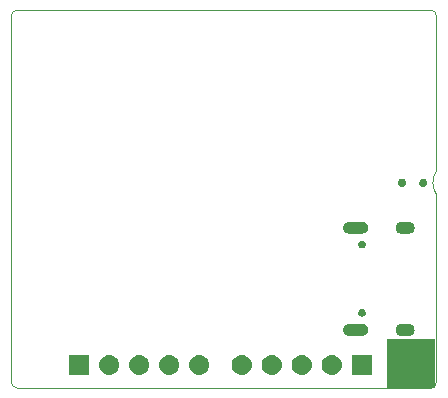
<source format=gbs>
G04 #@! TF.GenerationSoftware,KiCad,Pcbnew,5.1.0*
G04 #@! TF.CreationDate,2019-05-06T20:06:38+02:00*
G04 #@! TF.ProjectId,printer-otter,7072696e-7465-4722-9d6f-747465722e6b,rev?*
G04 #@! TF.SameCoordinates,Original*
G04 #@! TF.FileFunction,Soldermask,Bot*
G04 #@! TF.FilePolarity,Negative*
%FSLAX46Y46*%
G04 Gerber Fmt 4.6, Leading zero omitted, Abs format (unit mm)*
G04 Created by KiCad (PCBNEW 5.1.0) date 2019-05-06 20:06:38*
%MOMM*%
%LPD*%
G04 APERTURE LIST*
%ADD10C,0.100000*%
G04 APERTURE END LIST*
D10*
X136000000Y-113625000D02*
X136000000Y-100500000D01*
X135500000Y-100000000D02*
X121750000Y-100000000D01*
X100000000Y-100500000D02*
G75*
G02X100500000Y-100000000I500000J0D01*
G01*
X100500000Y-132000000D02*
G75*
G02X100000000Y-131500000I0J500000D01*
G01*
X136000000Y-131500000D02*
G75*
G02X135500000Y-132000000I-500000J0D01*
G01*
X135500000Y-100000000D02*
G75*
G02X136000000Y-100500000I0J-500000D01*
G01*
X135500000Y-100000000D02*
X135500000Y-100000000D01*
X136000000Y-131500000D02*
X136000000Y-115625000D01*
X100500000Y-132000000D02*
X135500000Y-132000000D01*
X100000000Y-100500000D02*
X100000000Y-131500000D01*
X104500000Y-100000000D02*
X100500000Y-100000000D01*
X107000000Y-100000000D02*
X104500000Y-100000000D01*
X110000000Y-100000000D02*
X112500000Y-100000000D01*
X113000000Y-100000000D02*
X112500000Y-100000000D01*
X110000000Y-100000000D02*
X107000000Y-100000000D01*
X121750000Y-100000000D02*
X113000000Y-100000000D01*
X136000000Y-115625000D02*
G75*
G02X136000000Y-113625000I1499999J1000000D01*
G01*
G36*
X135900000Y-132000000D02*
G01*
X131800000Y-132000000D01*
X131800000Y-127900000D01*
X135900000Y-127900000D01*
X135900000Y-132000000D01*
X135900000Y-132000000D01*
G37*
G36*
X130525000Y-130900000D02*
G01*
X128825000Y-130900000D01*
X128825000Y-129200000D01*
X130525000Y-129200000D01*
X130525000Y-130900000D01*
X130525000Y-130900000D01*
G37*
G36*
X119681627Y-129212299D02*
G01*
X119761742Y-129236601D01*
X119841855Y-129260903D01*
X119841857Y-129260904D01*
X119989518Y-129339831D01*
X120118949Y-129446051D01*
X120225169Y-129575482D01*
X120304096Y-129723143D01*
X120352701Y-129883373D01*
X120369112Y-130050000D01*
X120352701Y-130216627D01*
X120304096Y-130376857D01*
X120225169Y-130524518D01*
X120118949Y-130653949D01*
X119989518Y-130760169D01*
X119841857Y-130839096D01*
X119841855Y-130839097D01*
X119761742Y-130863399D01*
X119681627Y-130887701D01*
X119556752Y-130900000D01*
X119473248Y-130900000D01*
X119348373Y-130887701D01*
X119268258Y-130863399D01*
X119188145Y-130839097D01*
X119188143Y-130839096D01*
X119040482Y-130760169D01*
X118911051Y-130653949D01*
X118804831Y-130524518D01*
X118725904Y-130376857D01*
X118677299Y-130216627D01*
X118660888Y-130050000D01*
X118677299Y-129883373D01*
X118725904Y-129723143D01*
X118804831Y-129575482D01*
X118911051Y-129446051D01*
X119040482Y-129339831D01*
X119188143Y-129260904D01*
X119188145Y-129260903D01*
X119268258Y-129236601D01*
X119348373Y-129212299D01*
X119473248Y-129200000D01*
X119556752Y-129200000D01*
X119681627Y-129212299D01*
X119681627Y-129212299D01*
G37*
G36*
X122221627Y-129212299D02*
G01*
X122301742Y-129236601D01*
X122381855Y-129260903D01*
X122381857Y-129260904D01*
X122529518Y-129339831D01*
X122658949Y-129446051D01*
X122765169Y-129575482D01*
X122844096Y-129723143D01*
X122892701Y-129883373D01*
X122909112Y-130050000D01*
X122892701Y-130216627D01*
X122844096Y-130376857D01*
X122765169Y-130524518D01*
X122658949Y-130653949D01*
X122529518Y-130760169D01*
X122381857Y-130839096D01*
X122381855Y-130839097D01*
X122301742Y-130863399D01*
X122221627Y-130887701D01*
X122096752Y-130900000D01*
X122013248Y-130900000D01*
X121888373Y-130887701D01*
X121808258Y-130863399D01*
X121728145Y-130839097D01*
X121728143Y-130839096D01*
X121580482Y-130760169D01*
X121451051Y-130653949D01*
X121344831Y-130524518D01*
X121265904Y-130376857D01*
X121217299Y-130216627D01*
X121200888Y-130050000D01*
X121217299Y-129883373D01*
X121265904Y-129723143D01*
X121344831Y-129575482D01*
X121451051Y-129446051D01*
X121580482Y-129339831D01*
X121728143Y-129260904D01*
X121728145Y-129260903D01*
X121808258Y-129236601D01*
X121888373Y-129212299D01*
X122013248Y-129200000D01*
X122096752Y-129200000D01*
X122221627Y-129212299D01*
X122221627Y-129212299D01*
G37*
G36*
X124761627Y-129212299D02*
G01*
X124841742Y-129236601D01*
X124921855Y-129260903D01*
X124921857Y-129260904D01*
X125069518Y-129339831D01*
X125198949Y-129446051D01*
X125305169Y-129575482D01*
X125384096Y-129723143D01*
X125432701Y-129883373D01*
X125449112Y-130050000D01*
X125432701Y-130216627D01*
X125384096Y-130376857D01*
X125305169Y-130524518D01*
X125198949Y-130653949D01*
X125069518Y-130760169D01*
X124921857Y-130839096D01*
X124921855Y-130839097D01*
X124841742Y-130863399D01*
X124761627Y-130887701D01*
X124636752Y-130900000D01*
X124553248Y-130900000D01*
X124428373Y-130887701D01*
X124348258Y-130863399D01*
X124268145Y-130839097D01*
X124268143Y-130839096D01*
X124120482Y-130760169D01*
X123991051Y-130653949D01*
X123884831Y-130524518D01*
X123805904Y-130376857D01*
X123757299Y-130216627D01*
X123740888Y-130050000D01*
X123757299Y-129883373D01*
X123805904Y-129723143D01*
X123884831Y-129575482D01*
X123991051Y-129446051D01*
X124120482Y-129339831D01*
X124268143Y-129260904D01*
X124268145Y-129260903D01*
X124348258Y-129236601D01*
X124428373Y-129212299D01*
X124553248Y-129200000D01*
X124636752Y-129200000D01*
X124761627Y-129212299D01*
X124761627Y-129212299D01*
G37*
G36*
X127301627Y-129212299D02*
G01*
X127381742Y-129236601D01*
X127461855Y-129260903D01*
X127461857Y-129260904D01*
X127609518Y-129339831D01*
X127738949Y-129446051D01*
X127845169Y-129575482D01*
X127924096Y-129723143D01*
X127972701Y-129883373D01*
X127989112Y-130050000D01*
X127972701Y-130216627D01*
X127924096Y-130376857D01*
X127845169Y-130524518D01*
X127738949Y-130653949D01*
X127609518Y-130760169D01*
X127461857Y-130839096D01*
X127461855Y-130839097D01*
X127381742Y-130863399D01*
X127301627Y-130887701D01*
X127176752Y-130900000D01*
X127093248Y-130900000D01*
X126968373Y-130887701D01*
X126888258Y-130863399D01*
X126808145Y-130839097D01*
X126808143Y-130839096D01*
X126660482Y-130760169D01*
X126531051Y-130653949D01*
X126424831Y-130524518D01*
X126345904Y-130376857D01*
X126297299Y-130216627D01*
X126280888Y-130050000D01*
X126297299Y-129883373D01*
X126345904Y-129723143D01*
X126424831Y-129575482D01*
X126531051Y-129446051D01*
X126660482Y-129339831D01*
X126808143Y-129260904D01*
X126808145Y-129260903D01*
X126888258Y-129236601D01*
X126968373Y-129212299D01*
X127093248Y-129200000D01*
X127176752Y-129200000D01*
X127301627Y-129212299D01*
X127301627Y-129212299D01*
G37*
G36*
X116076627Y-129212299D02*
G01*
X116156742Y-129236601D01*
X116236855Y-129260903D01*
X116236857Y-129260904D01*
X116384518Y-129339831D01*
X116513949Y-129446051D01*
X116620169Y-129575482D01*
X116699096Y-129723143D01*
X116747701Y-129883373D01*
X116764112Y-130050000D01*
X116747701Y-130216627D01*
X116699096Y-130376857D01*
X116620169Y-130524518D01*
X116513949Y-130653949D01*
X116384518Y-130760169D01*
X116236857Y-130839096D01*
X116236855Y-130839097D01*
X116156742Y-130863399D01*
X116076627Y-130887701D01*
X115951752Y-130900000D01*
X115868248Y-130900000D01*
X115743373Y-130887701D01*
X115663258Y-130863399D01*
X115583145Y-130839097D01*
X115583143Y-130839096D01*
X115435482Y-130760169D01*
X115306051Y-130653949D01*
X115199831Y-130524518D01*
X115120904Y-130376857D01*
X115072299Y-130216627D01*
X115055888Y-130050000D01*
X115072299Y-129883373D01*
X115120904Y-129723143D01*
X115199831Y-129575482D01*
X115306051Y-129446051D01*
X115435482Y-129339831D01*
X115583143Y-129260904D01*
X115583145Y-129260903D01*
X115663258Y-129236601D01*
X115743373Y-129212299D01*
X115868248Y-129200000D01*
X115951752Y-129200000D01*
X116076627Y-129212299D01*
X116076627Y-129212299D01*
G37*
G36*
X113536627Y-129212299D02*
G01*
X113616742Y-129236601D01*
X113696855Y-129260903D01*
X113696857Y-129260904D01*
X113844518Y-129339831D01*
X113973949Y-129446051D01*
X114080169Y-129575482D01*
X114159096Y-129723143D01*
X114207701Y-129883373D01*
X114224112Y-130050000D01*
X114207701Y-130216627D01*
X114159096Y-130376857D01*
X114080169Y-130524518D01*
X113973949Y-130653949D01*
X113844518Y-130760169D01*
X113696857Y-130839096D01*
X113696855Y-130839097D01*
X113616742Y-130863399D01*
X113536627Y-130887701D01*
X113411752Y-130900000D01*
X113328248Y-130900000D01*
X113203373Y-130887701D01*
X113123258Y-130863399D01*
X113043145Y-130839097D01*
X113043143Y-130839096D01*
X112895482Y-130760169D01*
X112766051Y-130653949D01*
X112659831Y-130524518D01*
X112580904Y-130376857D01*
X112532299Y-130216627D01*
X112515888Y-130050000D01*
X112532299Y-129883373D01*
X112580904Y-129723143D01*
X112659831Y-129575482D01*
X112766051Y-129446051D01*
X112895482Y-129339831D01*
X113043143Y-129260904D01*
X113043145Y-129260903D01*
X113123258Y-129236601D01*
X113203373Y-129212299D01*
X113328248Y-129200000D01*
X113411752Y-129200000D01*
X113536627Y-129212299D01*
X113536627Y-129212299D01*
G37*
G36*
X110996627Y-129212299D02*
G01*
X111076742Y-129236601D01*
X111156855Y-129260903D01*
X111156857Y-129260904D01*
X111304518Y-129339831D01*
X111433949Y-129446051D01*
X111540169Y-129575482D01*
X111619096Y-129723143D01*
X111667701Y-129883373D01*
X111684112Y-130050000D01*
X111667701Y-130216627D01*
X111619096Y-130376857D01*
X111540169Y-130524518D01*
X111433949Y-130653949D01*
X111304518Y-130760169D01*
X111156857Y-130839096D01*
X111156855Y-130839097D01*
X111076742Y-130863399D01*
X110996627Y-130887701D01*
X110871752Y-130900000D01*
X110788248Y-130900000D01*
X110663373Y-130887701D01*
X110583258Y-130863399D01*
X110503145Y-130839097D01*
X110503143Y-130839096D01*
X110355482Y-130760169D01*
X110226051Y-130653949D01*
X110119831Y-130524518D01*
X110040904Y-130376857D01*
X109992299Y-130216627D01*
X109975888Y-130050000D01*
X109992299Y-129883373D01*
X110040904Y-129723143D01*
X110119831Y-129575482D01*
X110226051Y-129446051D01*
X110355482Y-129339831D01*
X110503143Y-129260904D01*
X110503145Y-129260903D01*
X110583258Y-129236601D01*
X110663373Y-129212299D01*
X110788248Y-129200000D01*
X110871752Y-129200000D01*
X110996627Y-129212299D01*
X110996627Y-129212299D01*
G37*
G36*
X108456627Y-129212299D02*
G01*
X108536742Y-129236601D01*
X108616855Y-129260903D01*
X108616857Y-129260904D01*
X108764518Y-129339831D01*
X108893949Y-129446051D01*
X109000169Y-129575482D01*
X109079096Y-129723143D01*
X109127701Y-129883373D01*
X109144112Y-130050000D01*
X109127701Y-130216627D01*
X109079096Y-130376857D01*
X109000169Y-130524518D01*
X108893949Y-130653949D01*
X108764518Y-130760169D01*
X108616857Y-130839096D01*
X108616855Y-130839097D01*
X108536742Y-130863399D01*
X108456627Y-130887701D01*
X108331752Y-130900000D01*
X108248248Y-130900000D01*
X108123373Y-130887701D01*
X108043258Y-130863399D01*
X107963145Y-130839097D01*
X107963143Y-130839096D01*
X107815482Y-130760169D01*
X107686051Y-130653949D01*
X107579831Y-130524518D01*
X107500904Y-130376857D01*
X107452299Y-130216627D01*
X107435888Y-130050000D01*
X107452299Y-129883373D01*
X107500904Y-129723143D01*
X107579831Y-129575482D01*
X107686051Y-129446051D01*
X107815482Y-129339831D01*
X107963143Y-129260904D01*
X107963145Y-129260903D01*
X108043258Y-129236601D01*
X108123373Y-129212299D01*
X108248248Y-129200000D01*
X108331752Y-129200000D01*
X108456627Y-129212299D01*
X108456627Y-129212299D01*
G37*
G36*
X106600000Y-130900000D02*
G01*
X104900000Y-130900000D01*
X104900000Y-129200000D01*
X106600000Y-129200000D01*
X106600000Y-130900000D01*
X106600000Y-130900000D01*
G37*
G36*
X129813015Y-126577234D02*
G01*
X129907270Y-126605826D01*
X129994128Y-126652253D01*
X130070264Y-126714736D01*
X130132747Y-126790872D01*
X130179174Y-126877730D01*
X130207766Y-126971985D01*
X130217419Y-127070000D01*
X130207766Y-127168015D01*
X130179174Y-127262270D01*
X130132747Y-127349128D01*
X130070264Y-127425264D01*
X129994128Y-127487747D01*
X129907270Y-127534174D01*
X129813015Y-127562766D01*
X129739564Y-127570000D01*
X128590436Y-127570000D01*
X128516985Y-127562766D01*
X128422730Y-127534174D01*
X128335872Y-127487747D01*
X128259736Y-127425264D01*
X128197253Y-127349128D01*
X128150826Y-127262270D01*
X128122234Y-127168015D01*
X128112581Y-127070000D01*
X128122234Y-126971985D01*
X128150826Y-126877730D01*
X128197253Y-126790872D01*
X128259736Y-126714736D01*
X128335872Y-126652253D01*
X128422730Y-126605826D01*
X128516985Y-126577234D01*
X128590436Y-126570000D01*
X129739564Y-126570000D01*
X129813015Y-126577234D01*
X129813015Y-126577234D01*
G37*
G36*
X133743015Y-126577234D02*
G01*
X133837270Y-126605826D01*
X133924128Y-126652253D01*
X134000264Y-126714736D01*
X134062747Y-126790872D01*
X134109174Y-126877730D01*
X134137766Y-126971985D01*
X134147419Y-127070000D01*
X134137766Y-127168015D01*
X134109174Y-127262270D01*
X134062747Y-127349128D01*
X134000264Y-127425264D01*
X133924128Y-127487747D01*
X133837270Y-127534174D01*
X133743015Y-127562766D01*
X133669564Y-127570000D01*
X133020436Y-127570000D01*
X132946985Y-127562766D01*
X132852730Y-127534174D01*
X132765872Y-127487747D01*
X132689736Y-127425264D01*
X132627253Y-127349128D01*
X132580826Y-127262270D01*
X132552234Y-127168015D01*
X132542581Y-127070000D01*
X132552234Y-126971985D01*
X132580826Y-126877730D01*
X132627253Y-126790872D01*
X132689736Y-126714736D01*
X132765872Y-126652253D01*
X132852730Y-126605826D01*
X132946985Y-126577234D01*
X133020436Y-126570000D01*
X133669564Y-126570000D01*
X133743015Y-126577234D01*
X133743015Y-126577234D01*
G37*
G36*
X129789799Y-125327489D02*
G01*
X129848945Y-125351988D01*
X129902176Y-125387556D01*
X129947444Y-125432824D01*
X129983012Y-125486055D01*
X130007511Y-125545201D01*
X130020000Y-125607990D01*
X130020000Y-125672010D01*
X130007511Y-125734799D01*
X129983012Y-125793945D01*
X129947444Y-125847176D01*
X129902176Y-125892444D01*
X129848945Y-125928012D01*
X129789799Y-125952511D01*
X129727010Y-125965000D01*
X129662990Y-125965000D01*
X129600201Y-125952511D01*
X129541055Y-125928012D01*
X129487824Y-125892444D01*
X129442556Y-125847176D01*
X129406988Y-125793945D01*
X129382489Y-125734799D01*
X129370000Y-125672010D01*
X129370000Y-125607990D01*
X129382489Y-125545201D01*
X129406988Y-125486055D01*
X129442556Y-125432824D01*
X129487824Y-125387556D01*
X129541055Y-125351988D01*
X129600201Y-125327489D01*
X129662990Y-125315000D01*
X129727010Y-125315000D01*
X129789799Y-125327489D01*
X129789799Y-125327489D01*
G37*
G36*
X129789799Y-119547489D02*
G01*
X129848945Y-119571988D01*
X129902176Y-119607556D01*
X129947444Y-119652824D01*
X129983012Y-119706055D01*
X130007511Y-119765201D01*
X130020000Y-119827990D01*
X130020000Y-119892010D01*
X130007511Y-119954799D01*
X129983012Y-120013945D01*
X129947444Y-120067176D01*
X129902176Y-120112444D01*
X129848945Y-120148012D01*
X129789799Y-120172511D01*
X129727010Y-120185000D01*
X129662990Y-120185000D01*
X129600201Y-120172511D01*
X129541055Y-120148012D01*
X129487824Y-120112444D01*
X129442556Y-120067176D01*
X129406988Y-120013945D01*
X129382489Y-119954799D01*
X129370000Y-119892010D01*
X129370000Y-119827990D01*
X129382489Y-119765201D01*
X129406988Y-119706055D01*
X129442556Y-119652824D01*
X129487824Y-119607556D01*
X129541055Y-119571988D01*
X129600201Y-119547489D01*
X129662990Y-119535000D01*
X129727010Y-119535000D01*
X129789799Y-119547489D01*
X129789799Y-119547489D01*
G37*
G36*
X133743015Y-117937234D02*
G01*
X133837270Y-117965826D01*
X133924128Y-118012253D01*
X134000264Y-118074736D01*
X134062747Y-118150872D01*
X134109174Y-118237730D01*
X134137766Y-118331985D01*
X134147419Y-118430000D01*
X134137766Y-118528015D01*
X134109174Y-118622270D01*
X134062747Y-118709128D01*
X134000264Y-118785264D01*
X133924128Y-118847747D01*
X133837270Y-118894174D01*
X133743015Y-118922766D01*
X133669564Y-118930000D01*
X133020436Y-118930000D01*
X132946985Y-118922766D01*
X132852730Y-118894174D01*
X132765872Y-118847747D01*
X132689736Y-118785264D01*
X132627253Y-118709128D01*
X132580826Y-118622270D01*
X132552234Y-118528015D01*
X132542581Y-118430000D01*
X132552234Y-118331985D01*
X132580826Y-118237730D01*
X132627253Y-118150872D01*
X132689736Y-118074736D01*
X132765872Y-118012253D01*
X132852730Y-117965826D01*
X132946985Y-117937234D01*
X133020436Y-117930000D01*
X133669564Y-117930000D01*
X133743015Y-117937234D01*
X133743015Y-117937234D01*
G37*
G36*
X129813015Y-117937234D02*
G01*
X129907270Y-117965826D01*
X129994128Y-118012253D01*
X130070264Y-118074736D01*
X130132747Y-118150872D01*
X130179174Y-118237730D01*
X130207766Y-118331985D01*
X130217419Y-118430000D01*
X130207766Y-118528015D01*
X130179174Y-118622270D01*
X130132747Y-118709128D01*
X130070264Y-118785264D01*
X129994128Y-118847747D01*
X129907270Y-118894174D01*
X129813015Y-118922766D01*
X129739564Y-118930000D01*
X128590436Y-118930000D01*
X128516985Y-118922766D01*
X128422730Y-118894174D01*
X128335872Y-118847747D01*
X128259736Y-118785264D01*
X128197253Y-118709128D01*
X128150826Y-118622270D01*
X128122234Y-118528015D01*
X128112581Y-118430000D01*
X128122234Y-118331985D01*
X128150826Y-118237730D01*
X128197253Y-118150872D01*
X128259736Y-118074736D01*
X128335872Y-118012253D01*
X128422730Y-117965826D01*
X128516985Y-117937234D01*
X128590436Y-117930000D01*
X129739564Y-117930000D01*
X129813015Y-117937234D01*
X129813015Y-117937234D01*
G37*
G36*
X133126377Y-114278363D02*
G01*
X133177091Y-114288450D01*
X133240787Y-114314834D01*
X133298112Y-114353137D01*
X133346863Y-114401888D01*
X133385166Y-114459213D01*
X133411550Y-114522909D01*
X133425000Y-114590528D01*
X133425000Y-114659472D01*
X133411550Y-114727091D01*
X133385166Y-114790787D01*
X133346863Y-114848112D01*
X133298112Y-114896863D01*
X133240787Y-114935166D01*
X133177091Y-114961550D01*
X133126377Y-114971637D01*
X133109473Y-114975000D01*
X133040527Y-114975000D01*
X133023623Y-114971637D01*
X132972909Y-114961550D01*
X132909213Y-114935166D01*
X132851888Y-114896863D01*
X132803137Y-114848112D01*
X132764834Y-114790787D01*
X132738450Y-114727091D01*
X132725000Y-114659472D01*
X132725000Y-114590528D01*
X132738450Y-114522909D01*
X132764834Y-114459213D01*
X132803137Y-114401888D01*
X132851888Y-114353137D01*
X132909213Y-114314834D01*
X132972909Y-114288450D01*
X133023623Y-114278363D01*
X133040527Y-114275000D01*
X133109473Y-114275000D01*
X133126377Y-114278363D01*
X133126377Y-114278363D01*
G37*
G36*
X134926377Y-114278363D02*
G01*
X134977091Y-114288450D01*
X135040787Y-114314834D01*
X135098112Y-114353137D01*
X135146863Y-114401888D01*
X135185166Y-114459213D01*
X135211550Y-114522909D01*
X135225000Y-114590528D01*
X135225000Y-114659472D01*
X135211550Y-114727091D01*
X135185166Y-114790787D01*
X135146863Y-114848112D01*
X135098112Y-114896863D01*
X135040787Y-114935166D01*
X134977091Y-114961550D01*
X134926377Y-114971637D01*
X134909473Y-114975000D01*
X134840527Y-114975000D01*
X134823623Y-114971637D01*
X134772909Y-114961550D01*
X134709213Y-114935166D01*
X134651888Y-114896863D01*
X134603137Y-114848112D01*
X134564834Y-114790787D01*
X134538450Y-114727091D01*
X134525000Y-114659472D01*
X134525000Y-114590528D01*
X134538450Y-114522909D01*
X134564834Y-114459213D01*
X134603137Y-114401888D01*
X134651888Y-114353137D01*
X134709213Y-114314834D01*
X134772909Y-114288450D01*
X134823623Y-114278363D01*
X134840527Y-114275000D01*
X134909473Y-114275000D01*
X134926377Y-114278363D01*
X134926377Y-114278363D01*
G37*
M02*

</source>
